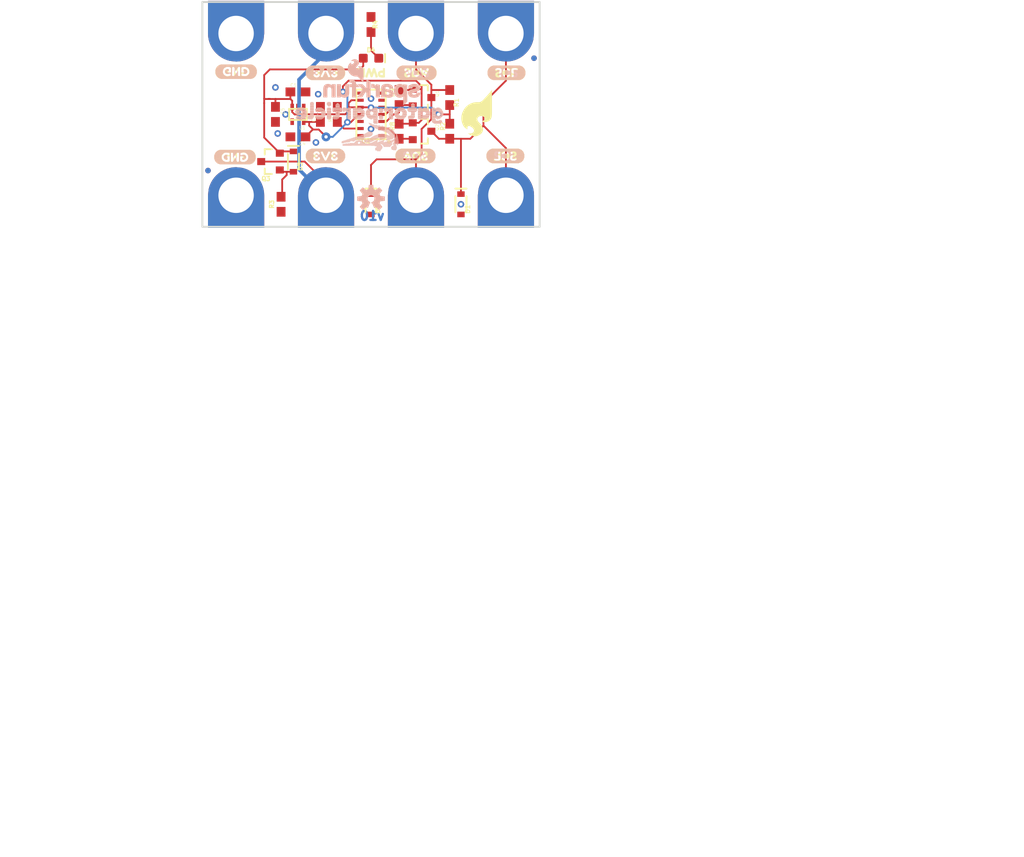
<source format=kicad_pcb>
(kicad_pcb (version 20211014) (generator pcbnew)
  (layers (0 "F.Cu" signal) (31 "B.Cu" signal) (34 "B.Paste" user) (35 "F.Paste" user) (36 "B.SilkS" user "B.Silkscreen") (37 "F.SilkS" user "F.Silkscreen") (38 "B.Mask" user) (39 "F.Mask" user) (44 "Edge.Cuts" user))
  (net 0 "")
  (net 1 "GND")
  (net 2 "SDA")
  (net 3 "SCL")
  (net 4 "LV_SCL")
  (net 5 "LV_SDA")
  (net 6 "3.3V")
  (net 7 "1.8V")
  (net 8 "~{INT}")
  (net 9 "N$1")
  (net 10 "N$2")
  (net 11 "N$3")
  (footprint "boardEagle:0603" (layer "F.Cu") (at 138.3411 115.1636 90)
    (fp_text reference "R3" (at 0 -0.762 90) (layer "F.SilkS") (effects (font (size 0.48768 0.48768) (thickness 0.12192)) (justify bottom)))
    (fp_text value "10k")
    (pad "1" smd rect (at -0.85 0 90) (size 1.1 1) (layers "F.Cu" "F.Paste" "F.Mask") (net 1 "GND"))
    (pad "2" smd rect (at 0.85 0 90) (size 1.1 1) (layers "F.Cu" "F.Paste" "F.Mask") (net 9 "N$1"))
  )
  (footprint "boardEagle:3V33" (layer "F.Cu") (at 141.0081 109.7026)
    (fp_text reference "U$2" hide)
    (fp_text value "" hide)
  )
  (footprint "boardEagle:FIDUCIAL-MICRO" (layer "F.Cu") (at 166.9161 98.6536)
    (fp_text reference "FID1" hide)
    (fp_text value "FIDUCIALUFIDUCIAL" hide)
    (pad "1" smd roundrect (at 0 0) (size 0.635 0.635) (layers "F.Cu" "F.Mask") (roundrect_rratio 0.5))
  )
  (footprint "boardEagle:SOT23-3" (layer "F.Cu") (at 137.1981 110.3376 90)
    (fp_text reference "Q3" (at -1.651 0 180) (layer "F.SilkS") (effects (font (size 0.48768 0.48768) (thickness 0.12192)) (justify right top)))
    (fp_text value "2.5A/30V/105mΩ")
    (pad "1" smd rect (at -0.95 1 90) (size 0.8 0.9) (layers "F.Cu" "F.Paste" "F.Mask") (net 9 "N$1"))
    (pad "2" smd rect (at 0.95 1 90) (size 0.8 0.9) (layers "F.Cu" "F.Paste" "F.Mask") (net 6 "3.3V"))
    (pad "3" smd rect (at 0 -1.1 90) (size 0.8 0.9) (layers "F.Cu" "F.Paste" "F.Mask") (net 10 "N$2"))
  )
  (footprint "boardEagle:SDA2" (layer "F.Cu") (at 151.1681 109.7026)
    (fp_text reference "U$3" hide)
    (fp_text value "" hide)
  )
  (footprint "boardEagle:3V33" (layer "F.Cu") (at 145.7071 100.3046 180)
    (fp_text reference "U$10" hide)
    (fp_text value "" hide)
  )
  (footprint "boardEagle:0603" (layer "F.Cu") (at 151.6761 103.0986 90)
    (fp_text reference "R9" (at 0 -0.762 90) (layer "F.SilkS") (effects (font (size 0.512064 0.512064) (thickness 0.097536)) (justify left)))
    (fp_text value "2.2k")
    (pad "1" smd rect (at -0.85 0 90) (size 1.1 1) (layers "F.Cu" "F.Paste" "F.Mask") (net 5 "LV_SDA"))
    (pad "2" smd rect (at 0.85 0 90) (size 1.1 1) (layers "F.Cu" "F.Paste" "F.Mask") (net 7 "1.8V"))
  )
  (footprint "boardEagle:0603" (layer "F.Cu") (at 140.2461 107.5436 180)
    (fp_text reference "C4" (at -0.889 -0.762) (layer "F.SilkS") (effects (font (size 0.367386 0.367386) (thickness 0.039014)) (justify right)))
    (fp_text value "4.7uF")
    (pad "1" smd rect (at -0.85 0 180) (size 1.1 1) (layers "F.Cu" "F.Paste" "F.Mask") (net 7 "1.8V"))
    (pad "2" smd rect (at 0.85 0 180) (size 1.1 1) (layers "F.Cu" "F.Paste" "F.Mask") (net 1 "GND"))
  )
  (footprint "boardEagle:0603" (layer "F.Cu") (at 142.7861 105.0036 90)
    (fp_text reference "C3" (at -0.889 -0.762 90) (layer "F.SilkS") (effects (font (size 0.367386 0.367386) (thickness 0.039014)) (justify left)))
    (fp_text value "0.1uF")
    (pad "1" smd rect (at -0.85 0 90) (size 1.1 1) (layers "F.Cu" "F.Paste" "F.Mask") (net 7 "1.8V"))
    (pad "2" smd rect (at 0.85 0 90) (size 1.1 1) (layers "F.Cu" "F.Paste" "F.Mask") (net 1 "GND"))
  )
  (footprint "boardEagle:PWR0" (layer "F.Cu") (at 151.0411 100.3046 180)
    (fp_text reference "U$19" hide)
    (fp_text value "" hide)
  )
  (footprint "boardEagle:GATOR_MINI" (layer "F.Cu") (at 163.7411 96.1136 180)
    (fp_text reference "J4" hide)
    (fp_text value "GATORGATOR_MINI" hide)
    (fp_poly (pts (xy 0.703108 -2.842582) (xy 1.048702 -2.743018) (xy 1.377668 -2.606756) (xy 1.689309 -2.434518) (xy 1.979705 -2.228471) (xy 2.245205 -1.991205) (xy 2.482471 -1.725705) (xy 2.688518 -1.435309) (xy 2.860756 -1.123668) (xy 2.997018 -0.794702) (xy 3.095591 -0.452549) (xy 3.155235 -0.10151) (xy 3.175 0.250437) (xy 3.175 3.937) (xy -3.175 3.937) (xy -3.175 0.246868) (xy -3.096582 -0.449108) (xy -2.997018 -0.794702) (xy -2.860756 -1.123668) (xy -2.688518 -1.435309) (xy -2.482471 -1.725705) (xy -2.245205 -1.991205) (xy -1.979705 -2.228471) (xy -1.689309 -2.434518) (xy -1.377668 -2.606756) (xy -1.048702 -2.743018) (xy -0.706549 -2.841591) (xy -0.35551 -2.901235) (xy 0.003575 -2.921401)) (layer "F.Cu") (width 0) (fill solid))
    (fp_poly (pts (xy 0.703108 -2.842582) (xy 1.048702 -2.743018) (xy 1.377668 -2.606756) (xy 1.689309 -2.434518) (xy 1.979705 -2.228471) (xy 2.245205 -1.991205) (xy 2.482471 -1.725705) (xy 2.688518 -1.435309) (xy 2.860756 -1.123668) (xy 2.997018 -0.794702) (xy 3.095591 -0.452549) (xy 3.155235 -0.10151) (xy 3.175 0.250437) (xy 3.175 3.937) (xy -3.175 3.937) (xy -3.175 0.246868) (xy -3.096582 -0.449108) (xy -2.997018 -0.794702) (xy -2.860756 -1.123668) (xy -2.688518 -1.435309) (xy -2.482471 -1.725705) (xy -2.245205 -1.991205) (xy -1.979705 -2.228471) (xy -1.689309 -2.434518) (xy -1.377668 -2.606756) (xy -1.048702 -2.743018) (xy -0.706549 -2.841591) (xy -0.35551 -2.901235) (xy 0.003575 -2.921401)) (layer "B.Cu") (width 0) (fill solid))
    (pad "P$2" thru_hole circle (at 0 0.254 180) (size 5.08 5.08) (drill 4.0005) (layers *.Cu *.Mask) (net 3 "SCL"))
  )
  (footprint "boardEagle:LED-0603" (layer "F.Cu") (at 148.5011 98.6536)
    (fp_text reference "D4" (at 0 -0.635) (layer "F.SilkS") (effects (font (size 0.48768 0.48768) (thickness 0.12192)) (justify bottom)))
    (fp_text value "RED")
    (pad "A" smd roundrect (at -0.877 0 270) (size 1 1) (layers "F.Cu" "F.Paste" "F.Mask") (roundrect_rratio 0.15) (net 6 "3.3V"))
    (pad "C" smd roundrect (at 0.877 0 270) (size 1 1) (layers "F.Cu" "F.Paste" "F.Mask") (roundrect_rratio 0.15) (net 11 "N$3"))
  )
  (footprint "boardEagle:STAND-OFF-TIGHT" (layer "F.Cu") (at 131.9911 105.0036)
    (fp_text reference "STANDOFF3" hide)
    (fp_text value "STAND-OFFTIGHT" hide)
    (pad "" np_thru_hole circle (at 0 0) (size 3.048 3.048) (drill 3.048) (layers *.Cu *.Mask))
  )
  (footprint "boardEagle:GATOR_MINI" (layer "F.Cu") (at 153.5811 113.8936)
    (fp_text reference "J3" hide)
    (fp_text value "GATORGATOR_MINI" hide)
    (fp_poly (pts (xy 0.703108 -2.842582) (xy 1.048702 -2.743018) (xy 1.377668 -2.606756) (xy 1.689309 -2.434518) (xy 1.979705 -2.228471) (xy 2.245205 -1.991205) (xy 2.482471 -1.725705) (xy 2.688518 -1.435309) (xy 2.860756 -1.123668) (xy 2.997018 -0.794702) (xy 3.095591 -0.452549) (xy 3.155235 -0.10151) (xy 3.175 0.250437) (xy 3.175 3.937) (xy -3.175 3.937) (xy -3.175 0.246868) (xy -3.096582 -0.449108) (xy -2.997018 -0.794702) (xy -2.860756 -1.123668) (xy -2.688518 -1.435309) (xy -2.482471 -1.725705) (xy -2.245205 -1.991205) (xy -1.979705 -2.228471) (xy -1.689309 -2.434518) (xy -1.377668 -2.606756) (xy -1.048702 -2.743018) (xy -0.706549 -2.841591) (xy -0.35551 -2.901235) (xy 0.003575 -2.921401)) (layer "F.Cu") (width 0) (fill solid))
    (fp_poly (pts (xy 0.703108 -2.842582) (xy 1.048702 -2.743018) (xy 1.377668 -2.606756) (xy 1.689309 -2.434518) (xy 1.979705 -2.228471) (xy 2.245205 -1.991205) (xy 2.482471 -1.725705) (xy 2.688518 -1.435309) (xy 2.860756 -1.123668) (xy 2.997018 -0.794702) (xy 3.095591 -0.452549) (xy 3.155235 -0.10151) (xy 3.175 0.250437) (xy 3.175 3.937) (xy -3.175 3.937) (xy -3.175 0.246868) (xy -3.096582 -0.449108) (xy -2.997018 -0.794702) (xy -2.860756 -1.123668) (xy -2.688518 -1.435309) (xy -2.482471 -1.725705) (xy -2.245205 -1.991205) (xy -1.979705 -2.228471) (xy -1.689309 -2.434518) (xy -1.377668 -2.606756) (xy -1.048702 -2.743018) (xy -0.706549 -2.841591) (xy -0.35551 -2.901235) (xy 0.003575 -2.921401)) (layer "B.Cu") (width 0) (fill solid))
    (pad "P$2" thru_hole circle (at 0 0.254) (size 5.08 5.08) (drill 4.0005) (layers *.Cu *.Mask) (net 2 "SDA"))
  )
  (footprint "boardEagle:0603" (layer "F.Cu") (at 151.6761 106.9086 90)
    (fp_text reference "R8" (at 0 -0.762 90) (layer "F.SilkS") (effects (font (size 0.512064 0.512064) (thickness 0.097536)) (justify left)))
    (fp_text value "2.2k")
    (pad "1" smd rect (at -0.85 0 90) (size 1.1 1) (layers "F.Cu" "F.Paste" "F.Mask") (net 4 "LV_SCL"))
    (pad "2" smd rect (at 0.85 0 90) (size 1.1 1) (layers "F.Cu" "F.Paste" "F.Mask") (net 7 "1.8V"))
  )
  (footprint "boardEagle:STAND-OFF-TIGHT" (layer "F.Cu") (at 165.0111 105.0036)
    (fp_text reference "STANDOFF2" hide)
    (fp_text value "STAND-OFFTIGHT" hide)
    (pad "" np_thru_hole circle (at 0 0) (size 3.048 3.048) (drill 3.048) (layers *.Cu *.Mask))
  )
  (footprint "boardEagle:GATOR_MINI" (layer "F.Cu") (at 153.5811 96.1136 180)
    (fp_text reference "J7" hide)
    (fp_text value "GATORGATOR_MINI" hide)
    (fp_poly (pts (xy 0.703108 -2.842582) (xy 1.048702 -2.743018) (xy 1.377668 -2.606756) (xy 1.689309 -2.434518) (xy 1.979705 -2.228471) (xy 2.245205 -1.991205) (xy 2.482471 -1.725705) (xy 2.688518 -1.435309) (xy 2.860756 -1.123668) (xy 2.997018 -0.794702) (xy 3.095591 -0.452549) (xy 3.155235 -0.10151) (xy 3.175 0.250437) (xy 3.175 3.937) (xy -3.175 3.937) (xy -3.175 0.246868) (xy -3.096582 -0.449108) (xy -2.997018 -0.794702) (xy -2.860756 -1.123668) (xy -2.688518 -1.435309) (xy -2.482471 -1.725705) (xy -2.245205 -1.991205) (xy -1.979705 -2.228471) (xy -1.689309 -2.434518) (xy -1.377668 -2.606756) (xy -1.048702 -2.743018) (xy -0.706549 -2.841591) (xy -0.35551 -2.901235) (xy 0.003575 -2.921401)) (layer "F.Cu") (width 0) (fill solid))
    (fp_poly (pts (xy 0.703108 -2.842582) (xy 1.048702 -2.743018) (xy 1.377668 -2.606756) (xy 1.689309 -2.434518) (xy 1.979705 -2.228471) (xy 2.245205 -1.991205) (xy 2.482471 -1.725705) (xy 2.688518 -1.435309) (xy 2.860756 -1.123668) (xy 2.997018 -0.794702) (xy 3.095591 -0.452549) (xy 3.155235 -0.10151) (xy 3.175 0.250437) (xy 3.175 3.937) (xy -3.175 3.937) (xy -3.175 0.246868) (xy -3.096582 -0.449108) (xy -2.997018 -0.794702) (xy -2.860756 -1.123668) (xy -2.688518 -1.435309) (xy -2.482471 -1.725705) (xy -2.245205 -1.991205) (xy -1.979705 -2.228471) (xy -1.689309 -2.434518) (xy -1.377668 -2.606756) (xy -1.048702 -2.743018) (xy -0.706549 -2.841591) (xy -0.35551 -2.901235) (xy 0.003575 -2.921401)) (layer "B.Cu") (width 0) (fill solid))
    (pad "P$2" thru_hole circle (at 0 0.254 180) (size 5.08 5.08) (drill 4.0005) (layers *.Cu *.Mask) (net 2 "SDA"))
  )
  (footprint "boardEagle:SOD-323" (layer "F.Cu") (at 158.6611 115.1636 -90)
    (fp_text reference "D1" (at 0 -0.762 90) (layer "F.SilkS") (effects (font (size 0.512064 0.512064) (thickness 0.097536)) (justify right)))
    (fp_text value "3.6V")
    (pad "A" smd rect (at 1.15 0 270) (size 0.63 0.83) (layers "F.Cu" "F.Paste" "F.Mask") (net 1 "GND"))
    (pad "C" smd rect (at -1.15 0 270) (size 0.63 0.83) (layers "F.Cu" "F.Paste" "F.Mask") (net 3 "SCL"))
  )
  (footprint "boardEagle:GATOR_MINI" (layer "F.Cu") (at 143.4211 113.8936)
    (fp_text reference "J2" hide)
    (fp_text value "GATORGATOR_MINI" hide)
    (fp_poly (pts (xy 0.703108 -2.842582) (xy 1.048702 -2.743018) (xy 1.377668 -2.606756) (xy 1.689309 -2.434518) (xy 1.979705 -2.228471) (xy 2.245205 -1.991205) (xy 2.482471 -1.725705) (xy 2.688518 -1.435309) (xy 2.860756 -1.123668) (xy 2.997018 -0.794702) (xy 3.095591 -0.452549) (xy 3.155235 -0.10151) (xy 3.175 0.250437) (xy 3.175 3.937) (xy -3.175 3.937) (xy -3.175 0.246868) (xy -3.096582 -0.449108) (xy -2.997018 -0.794702) (xy -2.860756 -1.123668) (xy -2.688518 -1.435309) (xy -2.482471 -1.725705) (xy -2.245205 -1.991205) (xy -1.979705 -2.228471) (xy -1.689309 -2.434518) (xy -1.377668 -2.606756) (xy -1.048702 -2.743018) (xy -0.706549 -2.841591) (xy -0.35551 -2.901235) (xy 0.003575 -2.921401)) (layer "F.Cu") (width 0) (fill solid))
    (fp_poly (pts (xy 0.703108 -2.842582) (xy 1.048702 -2.743018) (xy 1.377668 -2.606756) (xy 1.689309 -2.434518) (xy 1.979705 -2.228471) (xy 2.245205 -1.991205) (xy 2.482471 -1.725705) (xy 2.688518 -1.435309) (xy 2.860756 -1.123668) (xy 2.997018 -0.794702) (xy 3.095591 -0.452549) (xy 3.155235 -0.10151) (xy 3.175 0.250437) (xy 3.175 3.937) (xy -3.175 3.937) (xy -3.175 0.246868) (xy -3.096582 -0.449108) (xy -2.997018 -0.794702) (xy -2.860756 -1.123668) (xy -2.688518 -1.435309) (xy -2.482471 -1.725705) (xy -2.245205 -1.991205) (xy -1.979705 -2.228471) (xy -1.689309 -2.434518) (xy -1.377668 -2.606756) (xy -1.048702 -2.743018) (xy -0.706549 -2.841591) (xy -0.35551 -2.901235) (xy 0.003575 -2.921401)) (layer "B.Cu") (width 0) (fill solid))
    (pad "P$2" thru_hole circle (at 0 0.254) (size 5.08 5.08) (drill 4.0005) (layers *.Cu *.Mask) (net 10 "N$2"))
  )
  (footprint "boardEagle:0603" (layer "F.Cu") (at 140.2461 102.4636)
    (fp_text reference "C1" (at -0.889 -0.762) (layer "F.SilkS") (effects (font (size 0.367386 0.367386) (thickness 0.039014)) (justify left)))
    (fp_text value "0.1uF")
    (pad "1" smd rect (at -0.85 0) (size 1.1 1) (layers "F.Cu" "F.Paste" "F.Mask") (net 6 "3.3V"))
    (pad "2" smd rect (at 0.85 0) (size 1.1 1) (layers "F.Cu" "F.Paste" "F.Mask") (net 1 "GND"))
  )
  (footprint "boardEagle:SCL1" (layer "F.Cu") (at 161.4551 109.7026)
    (fp_text reference "U$4" hide)
    (fp_text value "" hide)
  )
  (footprint "boardEagle:ORDERING_INSTRUCTIONS" (layer "F.Cu") (at 120.5611 138.0236)
    (fp_text reference "U$18" hide)
    (fp_text value "" hide)
  )
  (footprint "boardEagle:GND0" (layer "F.Cu") (at 135.6741 100.1776 180)
    (fp_text reference "U$9" hide)
    (fp_text value "" hide)
  )
  (footprint "boardEagle:SOT23-3" (layer "F.Cu") (at 154.2161 103.0986 -90)
    (fp_text reference "Q1" (at -0.8255 -1.778 90) (layer "F.SilkS") (effects (font (size 0.367386 0.367386) (thickness 0.039014)) (justify right)))
    (fp_text value "220mA/50V/3.5Ω")
    (pad "1" smd rect (at -0.95 1 270) (size 0.8 0.9) (layers "F.Cu" "F.Paste" "F.Mask") (net 7 "1.8V"))
    (pad "2" smd rect (at 0.95 1 270) (size 0.8 0.9) (layers "F.Cu" "F.Paste" "F.Mask") (net 5 "LV_SDA"))
    (pad "3" smd rect (at 0 -1.1 270) (size 0.8 0.9) (layers "F.Cu" "F.Paste" "F.Mask") (net 2 "SDA"))
  )
  (footprint "boardEagle:SDA2" (layer "F.Cu") (at 155.9941 100.3046 180)
    (fp_text reference "U$11" hide)
    (fp_text value "" hide)
  )
  (footprint "boardEagle:SOD-323" (layer "F.Cu") (at 139.7381 110.3376 -90)
    (fp_text reference "D3" (at 0 -0.762 90) (layer "F.SilkS") (effects (font (size 0.512064 0.512064) (thickness 0.097536)) (justify right)))
    (fp_text value "3.6V")
    (pad "A" smd rect (at 1.15 0 270) (size 0.63 0.83) (layers "F.Cu" "F.Paste" "F.Mask") (net 9 "N$1"))
    (pad "C" smd rect (at -1.15 0 270) (size 0.63 0.83) (layers "F.Cu" "F.Paste" "F.Mask") (net 6 "3.3V"))
  )
  (footprint "boardEagle:CREATIVE_COMMONS" (layer "F.Cu") (at 126.9111 134.2136)
    (fp_text reference "FRAME1" hide)
    (fp_text value "FRAME-LETTER" hide)
  )
  (footprint "boardEagle:GND0" (layer "F.Cu") (at 130.7211 109.8296)
    (fp_text reference "U$1" hide)
    (fp_text value "" hide)
  )
  (footprint "boardEagle:GATOR_MINI" (layer "F.Cu") (at 163.7411 113.8936)
    (fp_text reference "J8" hide)
    (fp_text value "GATORGATOR_MINI" hide)
    (fp_poly (pts (xy 0.703108 -2.842582) (xy 1.048702 -2.743018) (xy 1.377668 -2.606756) (xy 1.689309 -2.434518) (xy 1.979705 -2.228471) (xy 2.245205 -1.991205) (xy 2.482471 -1.725705) (xy 2.688518 -1.435309) (xy 2.860756 -1.123668) (xy 2.997018 -0.794702) (xy 3.095591 -0.452549) (xy 3.155235 -0.10151) (xy 3.175 0.250437) (xy 3.175 3.937) (xy -3.175 3.937) (xy -3.175 0.246868) (xy -3.096582 -0.449108) (xy -2.997018 -0.794702) (xy -2.860756 -1.123668) (xy -2.688518 -1.435309) (xy -2.482471 -1.725705) (xy -2.245205 -1.991205) (xy -1.979705 -2.228471) (xy -1.689309 -2.434518) (xy -1.377668 -2.606756) (xy -1.048702 -2.743018) (xy -0.706549 -2.841591) (xy -0.35551 -2.901235) (xy 0.003575 -2.921401)) (layer "F.Cu") (width 0) (fill solid))
    (fp_poly (pts (xy 0.703108 -2.842582) (xy 1.048702 -2.743018) (xy 1.377668 -2.606756) (xy 1.689309 -2.434518) (xy 1.979705 -2.228471) (xy 2.245205 -1.991205) (xy 2.482471 -1.725705) (xy 2.688518 -1.435309) (xy 2.860756 -1.123668) (xy 2.997018 -0.794702) (xy 3.095591 -0.452549) (xy 3.155235 -0.10151) (xy 3.175 0.250437) (xy 3.175 3.937) (xy -3.175 3.937) (xy -3.175 0.246868) (xy -3.096582 -0.449108) (xy -2.997018 -0.794702) (xy -2.860756 -1.123668) (xy -2.688518 -1.435309) (xy -2.482471 -1.725705) (xy -2.245205 -1.991205) (xy -1.979705 -2.228471) (xy -1.689309 -2.434518) (xy -1.377668 -2.606756) (xy -1.048702 -2.743018) (xy -0.706549 -2.841591) (xy -0.35551 -2.901235) (xy 0.003575 -2.921401)) (layer "B.Cu") (width 0) (fill solid))
    (pad "P$2" thru_hole circle (at 0 0.254) (size 5.08 5.08) (drill 4.0005) (layers *.Cu *.Mask) (net 3 "SCL"))
  )
  (footprint "boardEagle:SC70" (layer "F.Cu") (at 140.2461 105.0036 180)
    (fp_text reference "U1" (at -0.889 -1.524) (layer "F.SilkS") (effects (font (size 0.367386 0.367386) (thickness 0.039014)) (justify right)))
    (fp_text value "1.8V/100mA")
    (pad "1" smd rect (at -0.65 0.825 180) (size 0.4 0.75) (layers "F.Cu" "F.Mask") (net 6 "3.3V"))
    (pad "2" smd rect (at 0 0.825 180) (size 0.4 0.75) (layers "F.Cu" "F.Mask") (net 1 "GND"))
    (pad "3" smd rect (at 0.65 0.825 180) (size 0.4 0.75) (layers "F.Cu" "F.Mask") (net 6 "3.3V"))
    (pad "4" smd rect (at 0.65 -0.825 180) (size 0.4 0.75) (layers "F.Cu" "F.Mask") (net 1 "GND"))
    (pad "5" smd rect (at -0.65 -0.825 180) (size 0.4 0.75) (layers "F.Cu" "F.Mask") (net 7 "1.8V"))
  )
  (footprint "boardEagle:SOT23-3" (layer "F.Cu") (at 154.2161 106.9086 -90)
    (fp_text reference "Q2" (at -0.8255 -1.778 90) (layer "F.SilkS") (effects (font (size 0.367386 0.367386) (thickness 0.039014)) (justify right)))
    (fp_text value "220mA/50V/3.5Ω")
    (pad "1" smd rect (at -0.95 1 270) (size 0.8 0.9) (layers "F.Cu" "F.Paste" "F.Mask") (net 7 "1.8V"))
    (pad "2" smd rect (at 0.95 1 270) (size 0.8 0.9) (layers "F.Cu" "F.Paste" "F.Mask") (net 4 "LV_SCL"))
    (pad "3" smd rect (at 0 -1.1 270) (size 0.8 0.9) (layers "F.Cu" "F.Paste" "F.Mask") (net 3 "SCL"))
  )
  (footprint "boardEagle:GATOR_MINI" (layer "F.Cu") (at 143.4211 96.1136 180)
    (fp_text reference "J6" hide)
    (fp_text value "GATORGATOR_MINI" hide)
    (fp_poly (pts (xy 0.703108 -2.842582) (xy 1.048702 -2.743018) (xy 1.377668 -2.606756) (xy 1.689309 -2.434518) (xy 1.979705 -2.228471) (xy 2.245205 -1.991205) (xy 2.482471 -1.725705) (xy 2.688518 -1.435309) (xy 2.860756 -1.123668) (xy 2.997018 -0.794702) (xy 3.095591 -0.452549) (xy 3.155235 -0.10151) (xy 3.175 0.250437) (xy 3.175 3.937) (xy -3.175 3.937) (xy -3.175 0.246868) (xy -3.096582 -0.449108) (xy -2.997018 -0.794702) (xy -2.860756 -1.123668) (xy -2.688518 -1.435309) (xy -2.482471 -1.725705) (xy -2.245205 -1.991205) (xy -1.979705 -2.228471) (xy -1.689309 -2.434518) (xy -1.377668 -2.606756) (xy -1.048702 -2.743018) (xy -0.706549 -2.841591) (xy -0.35551 -2.901235) (xy 0.003575 -2.921401)) (layer "F.Cu") (width 0) (fill solid))
    (fp_poly (pts (xy 0.703108 -2.842582) (xy 1.048702 -2.743018) (xy 1.377668 -2.606756) (xy 1.689309 -2.434518) (xy 1.979705 -2.228471) (xy 2.245205 -1.991205) (xy 2.482471 -1.725705) (xy 2.688518 -1.435309) (xy 2.860756 -1.123668) (xy 2.997018 -0.794702) (xy 3.095591 -0.452549) (xy 3.155235 -0.10151) (xy 3.175 0.250437) (xy 3.175 3.937) (xy -3.175 3.937) (xy -3.175 0.246868) (xy -3.096582 -0.449108) (xy -2.997018 -0.794702) (xy -2.860756 -1.123668) (xy -2.688518 -1.435309) (xy -2.482471 -1.725705) (xy -2.245205 -1.991205) (xy -1.979705 -2.228471) (xy -1.689309 -2.434518) (xy -1.377668 -2.606756) (xy -1.048702 -2.743018) (xy -0.706549 -2.841591) (xy -0.35551 -2.901235) (xy 0.003575 -2.921401)) (layer "B.Cu") (width 0) (fill solid))
    (pad "P$2" thru_hole circle (at 0 0.254 180) (size 5.08 5.08) (drill 4.0005) (layers *.Cu *.Mask) (net 10 "N$2"))
  )
  (footprint "boardEagle:0603" (layer "F.Cu") (at 144.6911 105.0036 90)
    (fp_text reference "R5" (at -0.889 -0.762 90) (layer "F.SilkS") (effects (font (size 0.367386 0.367386) (thickness 0.039014)) (justify left)))
    (fp_text value "4.7k")
    (pad "1" smd rect (at -0.85 0 90) (size 1.1 1) (layers "F.Cu" "F.Paste" "F.Mask") (net 8 "~{INT}"))
    (pad "2" smd rect (at 0.85 0 90) (size 1.1 1) (layers "F.Cu" "F.Paste" "F.Mask") (net 6 "3.3V"))
  )
  (footprint "boardEagle:SCL1" (layer "F.Cu") (at 166.0271 100.3046 180)
    (fp_text reference "U$12" hide)
    (fp_text value "" hide)
  )
  (footprint "boardEagle:0603" (layer "F.Cu") (at 157.3911 103.0986 -90)
    (fp_text reference "R1" (at 0 -0.762 90) (layer "F.SilkS") (effects (font (size 0.512064 0.512064) (thickness 0.097536)) (justify right)))
    (fp_text value "10k")
    (pad "1" smd rect (at -0.85 0 270) (size 1.1 1) (layers "F.Cu" "F.Paste" "F.Mask") (net 2 "SDA"))
    (pad "2" smd rect (at 0.85 0 270) (size 1.1 1) (layers "F.Cu" "F.Paste" "F.Mask") (net 6 "3.3V"))
  )
  (footprint "boardEagle:OLGA-14" (layer "F.Cu") (at 148.5011 105.0036 180)
    (fp_text reference "U2" (at 0 -3) (layer "F.SilkS") (effects (font (size 0.512064 0.512064) (thickness 0.097536)) (justify right)))
    (fp_text value "30102")
    (pad "1" smd rect (at -1.2 -2.4 180) (size 0.75 0.35) (layers "F.Cu" "F.Paste" "F.Mask"))
    (pad "2" smd rect (at -1.2 -1.6 180) (size 0.75 0.35) (layers "F.Cu" "F.Paste" "F.Mask") (net 4 "LV_SCL"))
    (pad "3" smd rect (at -1.2 -0.8 180) (size 0.75 0.35) (layers "F.Cu" "F.Paste" "F.Mask") (net 5 "LV_SDA"))
    (pad "4" smd rect (at -1.2 0 180) (size 0.75 0.35) (layers "F.Cu" "F.Paste" "F.Mask") (net 1 "GND"))
    (pad "5" smd rect (at -1.2 0.8 180) (size 0.75 0.35) (layers "F.Cu" "F.Paste" "F.Mask"))
    (pad "6" smd rect (at -1.2 1.6 180) (size 0.75 0.35) (layers "F.Cu" "F.Paste" "F.Mask"))
    (pad "7" smd rect (at -1.2 2.4 180) (size 0.75 0.35) (layers "F.Cu" "F.Paste" "F.Mask"))
    (pad "8" smd rect (at 1.2 2.4 180) (size 0.75 0.35) (layers "F.Cu" "F.Paste" "F.Mask"))
    (pad "9" smd rect (at 1.2 1.6 180) (size 0.75 0.35) (layers "F.Cu" "F.Paste" "F.Mask") (net 6 "3.3V"))
    (pad "10" smd rect (at 1.2 0.8 180) (size 0.75 0.35) (layers "F.Cu" "F.Paste" "F.Mask") (net 6 "3.3V"))
    (pad "11" smd rect (at 1.2 0 180) (size 0.75 0.35) (layers "F.Cu" "F.Paste" "F.Mask") (net 7 "1.8V"))
    (pad "12" smd rect (at 1.2 -0.8 180) (size 0.75 0.35) (layers "F.Cu" "F.Paste" "F.Mask") (net 1 "GND"))
    (pad "13" smd rect (at 1.2 -1.6 180) (size 0.75 0.35) (layers "F.Cu" "F.Paste" "F.Mask") (net 8 "~{INT}"))
    (pad "14" smd rect (at 1.2 -2.4 180) (size 0.75 0.35) (layers "F.Cu" "F.Paste" "F.Mask"))
  )
  (footprint "boardEagle:FIDUCIAL-MICRO" (layer "F.Cu") (at 130.0861 111.3536)
    (fp_text reference "FID3" hide)
    (fp_text value "FIDUCIALUFIDUCIAL" hide)
    (pad "1" smd roundrect (at 0 0) (size 0.635 0.635) (layers "F.Cu" "F.Mask") (roundrect_rratio 0.5))
  )
  (footprint "boardEagle:SFE_LOGO_FLAME_.2" (layer "F.Cu") (at 160.4391 104.8766 180)
    (fp_text reference "U$17" hide)
    (fp_text value "" hide)
  )
  (footprint "boardEagle:0603" (layer "F.Cu") (at 157.3911 106.9086 90)
    (fp_text reference "R2" (at 0 -0.762 90) (layer "F.SilkS") (effects (font (size 0.512064 0.512064) (thickness 0.097536)) (justify left)))
    (fp_text value "10k")
    (pad "1" smd rect (at -0.85 0 90) (size 1.1 1) (layers "F.Cu" "F.Paste" "F.Mask") (net 3 "SCL"))
    (pad "2" smd rect (at 0.85 0 90) (size 1.1 1) (layers "F.Cu" "F.Paste" "F.Mask") (net 6 "3.3V"))
  )
  (footprint "boardEagle:GATOR_MINI" (layer "F.Cu") (at 133.2611 113.8936)
    (fp_text reference "J1" hide)
    (fp_text value "GATORGATOR_MINI" hide)
    (fp_poly (pts (xy 0.703108 -2.842582) (xy 1.048702 -2.743018) (xy 1.377668 -2.606756) (xy 1.689309 -2.434518) (xy 1.979705 -2.228471) (xy 2.245205 -1.991205) (xy 2.482471 -1.725705) (xy 2.688518 -1.435309) (xy 2.860756 -1.123668) (xy 2.997018 -0.794702) (xy 3.095591 -0.452549) (xy 3.155235 -0.10151) (xy 3.175 0.250437) (xy 3.175 3.937) (xy -3.175 3.937) (xy -3.175 0.246868) (xy -3.096582 -0.449108) (xy -2.997018 -0.794702) (xy -2.860756 -1.123668) (xy -2.688518 -1.435309) (xy -2.482471 -1.725705) (xy -2.245205 -1.991205) (xy -1.979705 -2.228471) (xy -1.689309 -2.434518) (xy -1.377668 -2.606756) (xy -1.048702 -2.743018) (xy -0.706549 -2.841591) (xy -0.35551 -2.901235) (xy 0.003575 -2.921401)) (layer "F.Cu") (width 0) (fill solid))
    (fp_poly (pts (xy 0.703108 -2.842582) (xy 1.048702 -2.743018) (xy 1.377668 -2.606756) (xy 1.689309 -2.434518) (xy 1.979705 -2.228471) (xy 2.245205 -1.991205) (xy 2.482471 -1.725705) (xy 2.688518 -1.435309) (xy 2.860756 -1.123668) (xy 2.997018 -0.794702) (xy 3.095591 -0.452549) (xy 3.155235 -0.10151) (xy 3.175 0.250437) (xy 3.175 3.937) (xy -3.175 3.937) (xy -3.175 0.246868) (xy -3.096582 -0.449108) (xy -2.997018 -0.794702) (xy -2.860756 -1.123668) (xy -2.688518 -1.435309) (xy -2.482471 -1.725705) (xy -2.245205 -1.991205) (xy -1.979705 -2.228471) (xy -1.689309 -2.434518) (xy -1.377668 -2.606756) (xy -1.048702 -2.743018) (xy -0.706549 -2.841591) (xy -0.35551 -2.901235) (xy 0.003575 -2.921401)) (layer "B.Cu") (width 0) (fill solid))
    (pad "P$2" thru_hole circle (at 0 0.254) (size 5.08 5.08) (drill 4.0005) (layers *.Cu *.Mask) (net 1 "GND"))
  )
  (footprint "boardEagle:0603" (layer "F.Cu") (at 148.5011 94.8436 -90)
    (fp_text reference "R4" (at 0 -0.762 -90) (layer "F.SilkS") (effects (font (size 0.48768 0.48768) (thickness 0.12192)) (justify bottom)))
    (fp_text value "10k")
    (pad "1" smd rect (at -0.85 0 270) (size 1.1 1) (layers "F.Cu" "F.Paste" "F.Mask") (net 1 "GND"))
    (pad "2" smd rect (at 0.85 0 270) (size 1.1 1) (layers "F.Cu" "F.Paste" "F.Mask") (net 11 "N$3"))
  )
  (footprint "boardEagle:SOD-323" (layer "F.Cu") (at 148.5011 115.1636 -90)
    (fp_text reference "D2" (at 0 -0.762 90) (layer "F.SilkS") (effects (font (size 0.512064 0.512064) (thickness 0.097536)) (justify right)))
    (fp_text value "3.6V")
    (pad "A" smd rect (at 1.15 0 270) (size 0.63 0.83) (layers "F.Cu" "F.Paste" "F.Mask") (net 1 "GND"))
    (pad "C" smd rect (at -1.15 0 270) (size 0.63 0.83) (layers "F.Cu" "F.Paste" "F.Mask") (net 2 "SDA"))
  )
  (footprint "boardEagle:0603" (layer "F.Cu") (at 137.7061 105.0036 -90)
    (fp_text reference "C5" (at -0.762 -0.8255 90) (layer "F.SilkS") (effects (font (size 0.367386 0.367386) (thickness 0.039014)) (justify right)))
    (fp_text value "10uF")
    (pad "1" smd rect (at -0.85 0 270) (size 1.1 1) (layers "F.Cu" "F.Paste" "F.Mask") (net 6 "3.3V"))
    (pad "2" smd rect (at 0.85 0 270) (size 1.1 1) (layers "F.Cu" "F.Paste" "F.Mask") (net 1 "GND"))
  )
  (footprint "boardEagle:GATOR_MINI" (layer "F.Cu") (at 133.2611 96.1136 180)
    (fp_text reference "J5" hide)
    (fp_text value "GATORGATOR_MINI" hide)
    (fp_poly (pts (xy 0.703108 -2.842582) (xy 1.048702 -2.743018) (xy 1.377668 -2.606756) (xy 1.689309 -2.434518) (xy 1.979705 -2.228471) (xy 2.245205 -1.991205) (xy 2.482471 -1.725705) (xy 2.688518 -1.435309) (xy 2.860756 -1.123668) (xy 2.997018 -0.794702) (xy 3.095591 -0.452549) (xy 3.155235 -0.10151) (xy 3.175 0.250437) (xy 3.175 3.937) (xy -3.175 3.937) (xy -3.175 0.246868) (xy -3.096582 -0.449108) (xy -2.997018 -0.794702) (xy -2.860756 -1.123668) (xy -2.688518 -1.435309) (xy -2.482471 -1.725705) (xy -2.245205 -1.991205) (xy -1.979705 -2.228471) (xy -1.689309 -2.434518) (xy -1.377668 -2.606756) (xy -1.048702 -2.743018) (xy -0.706549 -2.841591) (xy -0.35551 -2.901235) (xy 0.003575 -2.921401)) (layer "F.Cu") (width 0) (fill solid))
    (fp_poly (pts (xy 0.703108 -2.842582) (xy 1.048702 -2.743018) (xy 1.377668 -2.606756) (xy 1.689309 -2.434518) (xy 1.979705 -2.228471) (xy 2.245205 -1.991205) (xy 2.482471 -1.725705) (xy 2.688518 -1.435309) (xy 2.860756 -1.123668) (xy 2.997018 -0.794702) (xy 3.095591 -0.452549) (xy 3.155235 -0.10151) (xy 3.175 0.250437) (xy 3.175 3.937) (xy -3.175 3.937) (xy -3.175 0.246868) (xy -3.096582 -0.449108) (xy -2.997018 -0.794702) (xy -2.860756 -1.123668) (xy -2.688518 -1.435309) (xy -2.482471 -1.725705) (xy -2.245205 -1.991205) (xy -1.979705 -2.228471) (xy -1.689309 -2.434518) (xy -1.377668 -2.606756) (xy -1.048702 -2.743018) (xy -0.706549 -2.841591) (xy -0.35551 -2.901235) (xy 0.003575 -2.921401)) (layer "B.Cu") (width 0) (fill solid))
    (pad "P$2" thru_hole circle (at 0 0.254 180) (size 5.08 5.08) (drill 4.0005) (layers *.Cu *.Mask) (net 1 "GND"))
  )
  (footprint "boardEagle:GND0" (layer "B.Cu") (at 130.8481 100.1776)
    (fp_text reference "U$5" hide)
    (fp_text value "" hide)
  )
  (footprint "boardEagle:3V33" (layer "B.Cu") (at 145.7071 109.7026 180)
    (fp_text reference "U$14" hide)
    (fp_text value "" hide)
  )
  (footprint "boardEagle:SFE_LOGO_NAME_FLAME_.1" (layer "B.Cu") (at 148.5011 102.4636 180)
    (fp_text reference "LOGO1" hide)
    (fp_text value "SFE_LOGO_NAME_FLAME.1_INCH" hide)
  )
  (footprint "boardEagle:PAD.03X.04" (layer "B.Cu") (at 143.4211 107.5436 180)
    (fp_text reference "TP1" hide)
    (fp_text value "1.8V Test" hide)
    (pad "P$1" smd roundrect (at 0 0 180) (size 1.016 1.016) (layers "B.Cu" "B.Mask") (roundrect_rratio 0.5) (net 7 "1.8V"))
  )
  (footprint "boardEagle:GATORBIT_FINAL_FOR_SILK#01#PNG" (layer "B.Cu") (at 148.3741 107.5436 180)
    (fp_text reference "U$21" hide)
    (fp_text value "" hide)
  )
  (footprint "boardEagle:SCL1" (layer "B.Cu") (at 161.5821 100.3046)
    (fp_text reference "U$8" hide)
    (fp_text value "" hide)
  )
  (footprint "boardEagle:FIDUCIAL-MICRO" (layer "B.Cu") (at 130.0861 111.3536 180)
    (fp_text reference "FID2" hide)
    (fp_text value "FIDUCIALUFIDUCIAL" hide)
    (pad "1" smd roundrect (at 0 0 180) (size 0.635 0.635) (layers "B.Cu" "B.Mask") (roundrect_rratio 0.5))
  )
  (footprint "boardEagle:SDA2" (layer "B.Cu") (at 155.8671 109.7026 180)
    (fp_text reference "U$15" hide)
    (fp_text value "" hide)
  )
  (footprint "boardEagle:OSHW-LOGO-S" (layer "B.Cu") (at 148.5011 114.5286 180)
    (fp_text reference "LOGO2" hide)
    (fp_text value "OSHW-LOGOS" hide)
  )
  (footprint "boardEagle:3V33" (layer "B.Cu") (at 141.0081 100.3046)
    (fp_text reference "U$6" hide)
    (fp_text value "" hide)
  )
  (footprint "boardEagle:FIDUCIAL-MICRO" (layer "B.Cu") (at 166.9161 98.6536 180)
    (fp_text reference "FID4" hide)
    (fp_text value "FIDUCIALUFIDUCIAL" hide)
    (pad "1" smd roundrect (at 0 0 180) (size 0.635 0.635) (layers "B.Cu" "B.Mask") (roundrect_rratio 0.5))
  )
  (footprint "boardEagle:SDA2" (layer "B.Cu") (at 151.2951 100.3046)
    (fp_text reference "U$7" hide)
    (fp_text value "" hide)
  )
  (footprint "boardEagle:GATOR#PARTICLE0" (layer "B.Cu") (at 158.2801 104.6226 180)
    (fp_text reference "U$22" hide)
    (fp_text value "" hide)
  )
  (footprint "boardEagle:GND0" (layer "B.Cu") (at 135.5471 109.8296 180)
    (fp_text reference "U$13" hide)
    (fp_text value "" hide)
  )
  (footprint "boardEagle:SCL1" (layer "B.Cu") (at 165.9001 109.7026 180)
    (fp_text reference "U$16" hide)
    (fp_text value "" hide)
  )
  (gr_line (start 167.5511 92.3036) (end 167.5511 117.7036) (layer "Edge.Cuts") (width 0.2032))
  (gr_line (start 167.5511 117.7036) (end 129.4511 117.7036) (layer "Edge.Cuts") (width 0.2032))
  (gr_line (start 129.4511 117.7036) (end 129.4511 92.3036) (layer "Edge.Cuts") (width 0.2032))
  (gr_line (start 129.4511 92.3036) (end 167.5511 92.3036) (layer "Edge.Cuts") (width 0.2032))
  (gr_text "v10" (at 150.1521 117.0686) (layer "B.Cu") (effects (font (size 1.016 1.016) (thickness 0.254)) (justify left bottom mirror)))
  (segment (start 149.7011 105.0036) (end 150.1521 105.0036) (width 0.2032) (layer "F.Cu") (net 1))
  (segment (start 150.1521 105.0036) (end 150.7871 104.3686) (width 0.2032) (layer "F.Cu") (net 1))
  (via (at 142.5321 102.7176) (size 0.7366) (drill 0.381) (layers "F.Cu" "B.Cu") (net 1))
  (via (at 148.5011 106.6546) (size 0.7366) (drill 0.381) (layers "F.Cu" "B.Cu") (net 1))
  (via (at 137.9601 107.1626) (size 0.7366) (drill 0.381) (layers "F.Cu" "B.Cu") (net 1))
  (via (at 137.7061 101.9556) (size 0.7366) (drill 0.381) (layers "F.Cu" "B.Cu") (net 1))
  (via (at 142.2781 108.1786) (size 0.7366) (drill 0.381) (layers "F.Cu" "B.Cu") (net 1))
  (via (at 148.5011 103.2256) (size 0.7366) (drill 0.381) (layers "F.Cu" "B.Cu") (net 1))
  (via (at 138.8491 105.0036) (size 0.7366) (drill 0.381) (layers "F.Cu" "B.Cu") (net 1))
  (via (at 158.6611 115.1636) (size 0.7366) (drill 0.381) (layers "F.Cu" "B.Cu") (net 1))
  (segment (start 155.3161 103.0986) (end 155.3161 102.2096) (width 0.2032) (layer "F.Cu") (net 2))
  (segment (start 154.2161 106.6546) (end 154.2161 109.4486) (width 0.2032) (layer "F.Cu") (net 2))
  (segment (start 148.5011 110.7186) (end 149.1361 110.0836) (width 0.2032) (layer "F.Cu") (net 2))
  (segment (start 154.2161 109.4486) (end 153.5811 110.0836) (width 0.2032) (layer "F.Cu") (net 2))
  (segment (start 155.3551 102.2486) (end 155.3161 102.2096) (width 0.2032) (layer "F.Cu") (net 2))
  (segment (start 149.1361 110.0836) (end 153.5811 110.0836) (width 0.2032) (layer "F.Cu") (net 2))
  (segment (start 157.3911 102.2486) (end 155.3551 102.2486) (width 0.2032) (layer "F.Cu") (net 2))
  (segment (start 155.3161 101.6586) (end 153.5811 99.9236) (width 0.2032) (layer "F.Cu") (net 2))
  (segment (start 153.5811 114.1476) (end 153.5811 110.0836) (width 0.2032) (layer "F.Cu") (net 2))
  (segment (start 153.5811 99.9236) (end 153.5811 95.8596) (width 0.2032) (layer "F.Cu") (net 2))
  (segment (start 155.3161 105.5546) (end 154.2161 106.6546) (width 0.2032) (layer "F.Cu") (net 2))
  (segment (start 155.3161 102.2096) (end 155.3161 101.6586) (width 0.2032) (layer "F.Cu") (net 2))
  (segment (start 148.5011 114.0136) (end 148.5011 110.7186) (width 0.2032) (layer "F.Cu") (net 2))
  (segment (start 155.3161 103.0986) (end 155.3161 105.5546) (width 0.2032) (layer "F.Cu") (net 2))
  (segment (start 158.6611 107.7586) (end 159.7161 107.7586) (width 0.2032) (layer "F.Cu") (net 3))
  (segment (start 163.7411 108.8136) (end 163.7411 114.1476) (width 0.2032) (layer "F.Cu") (net 3))
  (segment (start 159.7161 107.7586) (end 161.2011 106.2736) (width 0.2032) (layer "F.Cu") (net 3))
  (segment (start 163.7411 101.1936) (end 161.2011 103.7336) (width 0.2032) (layer "F.Cu") (net 3))
  (segment (start 155.3161 106.9086) (end 156.1661 107.7586) (width 0.2032) (layer "F.Cu") (net 3))
  (segment (start 156.1661 107.7586) (end 157.3911 107.7586) (width 0.2032) (layer "F.Cu") (net 3))
  (segment (start 157.3911 107.7586) (end 158.6611 107.7586) (width 0.2032) (layer "F.Cu") (net 3))
  (segment (start 163.7411 95.8596) (end 163.7411 101.1936) (width 0.2032) (layer "F.Cu") (net 3))
  (segment (start 158.6611 114.0136) (end 158.6611 107.7586) (width 0.2032) (layer "F.Cu") (net 3))
  (segment (start 161.2011 103.7336) (end 161.2011 106.2736) (width 0.2032) (layer "F.Cu") (net 3))
  (segment (start 161.2011 106.2736) (end 163.7411 108.8136) (width 0.2032) (layer "F.Cu") (net 3))
  (segment (start 150.5211 106.6036) (end 151.6761 107.7586) (width 0.2032) (layer "F.Cu") (net 4))
  (segment (start 151.6761 107.7586) (end 153.1161 107.7586) (width 0.2032) (layer "F.Cu") (net 4))
  (segment (start 153.1161 107.7586) (end 153.2161 107.8586) (width 0.2032) (layer "F.Cu") (net 4))
  (segment (start 149.7011 106.6036) (end 150.5211 106.6036) (width 0.2032) (layer "F.Cu") (net 4))
  (segment (start 153.1161 103.9486) (end 153.2161 104.0486) (width 0.2032) (layer "F.Cu") (net 5))
  (segment (start 151.6761 104.7496) (end 151.6761 103.9486) (width 0.2032) (layer "F.Cu") (net 5))
  (segment (start 151.4221 105.0036) (end 151.6761 104.7496) (width 0.2032) (layer "F.Cu") (net 5))
  (segment (start 151.0411 105.0036) (end 151.4221 105.0036) (width 0.2032) (layer "F.Cu") (net 5))
  (segment (start 151.4221 105.0036) (end 151.6761 104.7496) (width 0.2032) (layer "F.Cu") (net 5))
  (segment (start 150.2411 105.8036) (end 149.7011 105.8036) (width 0.2032) (layer "F.Cu") (net 5))
  (segment (start 151.0411 105.0036) (end 150.2411 105.8036) (width 0.2032) (layer "F.Cu") (net 5))
  (segment (start 151.6761 103.9486) (end 153.1161 103.9486) (width 0.2032) (layer "F.Cu") (net 5))
  (segment (start 147.2311 99.9236) (end 137.0711 99.9236) (width 0.2032) (layer "F.Cu") (net 6))
  (segment (start 136.4361 103.2256) (end 136.4361 103.7336) (width 0.2032) (layer "F.Cu") (net 6))
  (segment (start 147.6241 99.5306) (end 147.2311 99.9236) (width 0.2032) (layer "F.Cu") (net 6))
  (segment (start 137.7061 104.1536) (end 137.7061 103.2646) (width 0.2032) (layer "F.Cu") (net 6))
  (segment (start 137.0711 99.9236) (end 136.4361 100.5586) (width 0.2032) (layer "F.Cu") (net 6))
  (segment (start 136.4361 103.7336) (end 136.4361 107.6256) (width 0.2032) (layer "F.Cu") (net 6))
  (segment (start 147.6241 98.6536) (end 147.6241 99.5306) (width 0.2032) (layer "F.Cu") (net 6))
  (segment (start 140.8961 104.1786) (end 140.8961 104.9886) (width 0.2032) (layer "F.Cu") (net 6))
  (segment (start 139.5961 103.4646) (end 139.5961 104.1786) (width 0.2032) (layer "F.Cu") (net 6))
  (segment (start 144.6911 104.9886) (end 145.5951 104.9886) (width 0.2032) (layer "F.Cu") (net 6))
  (segment (start 147.3011 104.2036) (end 145.9611 104.2036) (width 0.2032) (layer "F.Cu") (net 6))
  (segment (start 148.3361 104.2036) (end 147.3011 104.2036) (width 0.2032) (layer "F.Cu") (net 6))
  (segment (start 138.3981 109.1876) (end 138.1981 109.3876) (width 0.2032) (layer "F.Cu") (net 6))
  (segment (start 148.5011 104.2416) (end 148.3741 104.2416) (width 0.2032) (layer "F.Cu") (net 6))
  (segment (start 145.9611 104.2036) (end 145.9611 103.7336) (width 0.2032) (layer "F.Cu") (net 6))
  (segment (start 136.4361 107.6256) (end 138.1981 109.3876) (width 0.2032) (layer "F.Cu") (net 6))
  (segment (start 139.5961 104.1786) (end 139.5961 104.7346) (width 0.2032) (layer "F.Cu") (net 6))
  (segment (start 140.8961 104.9886) (end 140.8811 105.0036) (width 0.2032) (layer "F.Cu") (net 6))
  (segment (start 140.8961 104.9886) (end 144.6911 104.9886) (width 0.2032) (layer "F.Cu") (net 6))
  (segment (start 146.2911 103.4036) (end 147.3011 103.4036) (width 0.2032) (layer "F.Cu") (net 6))
  (segment (start 136.9051 103.2646) (end 137.0711 103.2646) (width 0.2032) (layer "F.Cu") (net 6))
  (segment (start 137.0711 103.2646) (end 137.7061 103.2646) (width 0.2032) (layer "F.Cu") (net 6))
  (segment (start 136.4361 103.7336) (end 136.4361 103.7336) (width 0.2032) (layer "F.Cu") (net 6))
  (segment (start 137.7061 103.2646) (end 139.3961 103.2646) (width 0.2032) (layer "F.Cu") (net 6))
  (segment (start 137.0711 103.2646) (end 136.4751 103.2646) (width 0.2032) (layer "F.Cu") (net 6))
  (segment (start 136.4361 100.5586) (end 136.4361 103.2256) (width 0.2032) (layer "F.Cu") (net 6))
  (segment (start 148.3741 104.2416) (end 148.3361 104.2036) (width 0.2032) (layer "F.Cu") (net 6))
  (segment (start 137.0711 103.2646) (end 136.9051 103.2646) (width 0.2032) (layer "F.Cu") (net 6))
  (segment (start 157.3911 105.0036) (end 157.3911 106.0586) (width 0.2032) (layer "F.Cu") (net 6))
  (segment (start 144.6911 104.9886) (end 144.6911 104.1536) (width 0.2032) (layer "F.Cu") (net 6))
  (segment (start 139.8651 105.0036) (end 139.5961 104.7346) (width 0.2032) (layer "F.Cu") (net 6))
  (segment (start 145.9611 104.2036) (end 145.9611 104.6226) (width 0.2032) (layer "F.Cu") (net 6))
  (segment (start 156.1211 105.0036) (end 157.3911 105.0036) (width 0.2032) (layer "F.Cu") (net 6))
  (segment (start 139.3961 102.4636) (end 139.3961 103.2646) (width 0.2032) (layer "F.Cu") (net 6))
  (segment (start 157.3911 103.9486) (end 157.3911 105.0036) (width 0.2032) (layer "F.Cu") (net 6))
  (segment (start 139.5961 103.4646) (end 139.3961 103.2646) (width 0.2032) (layer "F.Cu") (net 6))
  (segment (start 136.4751 103.2646) (end 136.4361 103.2256) (width 0.2032) (layer "F.Cu") (net 6))
  (segment (start 140.8811 105.0036) (end 139.8651 105.0036) (width 0.2032) (layer "F.Cu") (net 6))
  (segment (start 139.7381 109.1876) (end 138.3981 109.1876) (width 0.2032) (layer "F.Cu") (net 6))
  (segment (start 145.9611 104.6226) (end 145.5951 104.9886) (width 0.2032) (layer "F.Cu") (net 6))
  (segment (start 145.9611 103.7336) (end 146.2911 103.4036) (width 0.2032) (layer "F.Cu") (net 6))
  (via (at 156.1211 105.0036) (size 0.7366) (drill 0.381) (layers "F.Cu" "B.Cu") (net 6))
  (via (at 148.5011 104.2416) (size 0.7366) (drill 0.381) (layers "F.Cu" "B.Cu") (net 6))
  (segment (start 155.3591 104.2416) (end 148.5011 104.2416) (width 0.2032) (layer "B.Cu") (net 6))
  (segment (start 156.1211 105.0036) (end 155.3591 104.2416) (width 0.2032) (layer "B.Cu") (net 6))
  (segment (start 141.5161 106.2736) (end 141.9606 106.7181) (width 0.2032) (layer "F.Cu") (net 7))
  (segment (start 154.2161 105.6386) (end 153.8961 105.9586) (width 0.2032) (layer "F.Cu") (net 7))
  (segment (start 151.6761 102.2486) (end 153.1161 102.2486) (width 0.2032) (layer "F.Cu") (net 7))
  (segment (start 140.9211 105.8536) (end 141.5161 105.8536) (width 0.2032) (layer "F.Cu") (net 7))
  (segment (start 142.5956 106.7181) (end 143.4211 107.5436) (width 0.2032) (layer "F.Cu") (net 7))
  (segment (start 153.2161 102.1486) (end 154.1551 102.1486) (width 0.2032) (layer "F.Cu") (net 7))
  (segment (start 153.1161 102.2486) (end 153.2161 102.1486) (width 0.2032) (layer "F.Cu") (net 7))
  (segment (start 154.2161 102.2096) (end 154.2161 102.4636) (width 0.2032) (layer "F.Cu") (net 7))
  (segment (start 153.1161 106.0586) (end 153.2161 105.9586) (width 0.2032) (layer "F.Cu") (net 7))
  (segment (start 154.2161 102.4636) (end 154.2161 105.6386) (width 0.2032) (layer "F.Cu") (net 7))
  (segment (start 154.2161 101.8286) (end 154.2161 102.2096) (width 0.2032) (layer "F.Cu") (net 7))
  (segment (start 145.324234 102.456435) (end 145.324234 101.830466) (width 0.2032) (layer "F.Cu") (net 7))
  (segment (start 147.3011 105.0036) (end 147.1041 105.0036) (width 0.2032) (layer "F.Cu") (net 7))
  (segment (start 141.5161 105.8536) (end 141.5161 106.2736) (width 0.2032) (layer "F.Cu") (net 7))
  (segment (start 151.6761 106.0586) (end 153.1161 106.0586) (width 0.2032) (layer "F.Cu") (net 7))
  (segment (start 141.5161 105.8536) (end 142.7861 105.8536) (width 0.2032) (layer "F.Cu") (net 7))
  (segment (start 141.9606 106.7181) (end 142.5956 106.7181) (width 0.2032) (layer "F.Cu") (net 7))
  (segment (start 154.1551 102.1486) (end 154.2161 102.2096) (width 0.2032) (layer "F.Cu") (net 7))
  (segment (start 147.1041 105.0036) (end 146.2151 105.8926) (width 0.2032) (layer "F.Cu") (net 7))
  (segment (start 141.9216 106.7181) (end 141.9606 106.7181) (width 0.2032) (layer "F.Cu") (net 7))
  (segment (start 145.9611 101.1936) (end 153.5811 101.1936) (width 0.2032) (layer "F.Cu") (net 7))
  (segment (start 146.2151 105.8926) (end 145.8341 105.8926) (width 0.2032) (layer "F.Cu") (net 7))
  (segment (start 140.8961 105.8286) (end 140.9211 105.8536) (width 0.2032) (layer "F.Cu") (net 7))
  (segment (start 145.324234 101.830466) (end 145.9611 101.1936) (width 0.2032) (layer "F.Cu") (net 7))
  (segment (start 141.0961 107.5436) (end 141.9216 106.7181) (width 0.2032) (layer "F.Cu") (net 7))
  (segment (start 153.8961 105.9586) (end 153.2161 105.9586) (width 0.2032) (layer "F.Cu") (net 7))
  (segment (start 153.5811 101.1936) (end 154.2161 101.8286) (width 0.2032) (layer "F.Cu") (net 7))
  (via (at 145.8341 105.8926) (size 0.7366) (drill 0.381) (layers "F.Cu" "B.Cu") (net 7))
  (via (at 145.324234 102.456435) (size 0.7366) (drill 0.381) (layers "F.Cu" "B.Cu") (net 7))
  (via (at 143.4211 107.5436) (size 0.7366) (drill 0.381) (layers "F.Cu" "B.Cu") (net 7))
  (segment (start 144.1831 107.5436) (end 143.4211 107.5436) (width 0.2032) (layer "B.Cu") (net 7))
  (segment (start 145.8341 105.8926) (end 145.8341 102.9663) (width 0.2032) (layer "B.Cu") (net 7))
  (segment (start 145.8341 105.8926) (end 144.1831 107.5436) (width 0.2032) (layer "B.Cu") (net 7))
  (segment (start 145.8341 102.9663) (end 145.324234 102.456435) (width 0.2032) (layer "B.Cu") (net 7))
  (segment (start 145.4411 106.6036) (end 144.6911 105.8536) (width 0.2032) (layer "F.Cu") (net 8))
  (segment (start 147.3011 106.6036) (end 145.4411 106.6036) (width 0.2032) (layer "F.Cu") (net 8))
  (segment (start 138.9761 111.8616) (end 138.9761 111.4876) (width 0.2032) (layer "F.Cu") (net 9))
  (segment (start 138.4681 112.3696) (end 138.9761 111.8616) (width 0.2032) (layer "F.Cu") (net 9))
  (segment (start 138.9761 111.4876) (end 138.3981 111.4876) (width 0.2032) (layer "F.Cu") (net 9))
  (segment (start 138.4681 114.1866) (end 138.4681 112.3696) (width 0.2032) (layer "F.Cu") (net 9))
  (segment (start 138.3411 114.3136) (end 138.4681 114.1866) (width 0.2032) (layer "F.Cu") (net 9))
  (segment (start 139.7381 111.4876) (end 138.9761 111.4876) (width 0.2032) (layer "F.Cu") (net 9))
  (segment (start 138.3981 111.4876) (end 138.1981 111.2876) (width 0.2032) (layer "F.Cu") (net 9))
  (segment (start 136.0981 110.3376) (end 141.0081 110.3376) (width 0.2032) (layer "F.Cu") (net 10))
  (segment (start 141.0081 110.3376) (end 143.4211 112.7506) (width 0.2032) (layer "F.Cu") (net 10))
  (segment (start 143.4211 112.7506) (end 143.4211 114.1476) (width 0.2032) (layer "F.Cu") (net 10))
  (segment (start 143.4211 98.0186) (end 140.3731 101.0666) (width 0.4064) (layer "B.Cu") (net 10))
  (segment (start 143.2941 114.1476) (end 143.4211 114.1476) (width 0.2032) (layer "B.Cu") (net 10))
  (segment (start 140.3731 101.0666) (end 140.3731 111.2266) (width 0.4064) (layer "B.Cu") (net 10))
  (segment (start 140.3731 111.2266) (end 143.2941 114.1476) (width 0.4064) (layer "B.Cu") (net 10))
  (segment (start 143.4211 95.8596) (end 143.4211 98.0186) (width 0.2032) (layer "B.Cu") (net 10))
  (segment (start 148.5011 97.7766) (end 148.5011 95.6936) (width 0.2032) (layer "F.Cu") (net 11))
  (segment (start 149.3781 98.6536) (end 148.5011 97.7766) (width 0.2032) (layer "F.Cu") (net 11))
)
</source>
